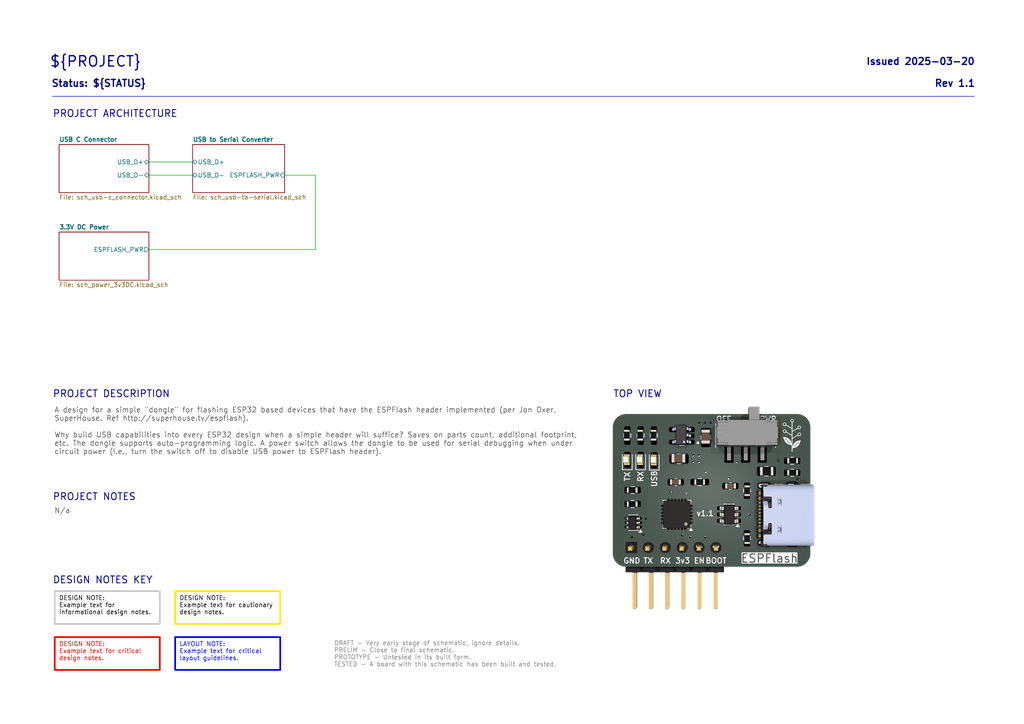
<source format=kicad_sch>
(kicad_sch (version 20250114) (generator "eeschema") (generator_version "9.0")
  (paper "A4")
  (title_block (title "YAOEF (Yet Another Open ESP Flasher)") (date "2025-03-20") (rev "1.1") (company "Wattle Labs"))
  (lib_symbols)
  (text "PROJECT DESCRIPTION" (at 15.24 115.57 0) (effects (font (size 2 2) (thickness 0.25)) (justify left bottom)))
  (text "PROJECT NOTES" (at 15.24 145.415 0) (effects (font (size 2 2) (thickness 0.25)) (justify left bottom)))
  (text "TOP VIEW" (at 177.8 115.57 0) (effects (font (size 2 2) (thickness 0.25)) (justify left bottom)))
  (text "DESIGN NOTES KEY" (at 15.24 169.545 0) (effects (font (size 2 2) (thickness 0.25)) (justify left bottom)))
  (text "PROJECT ARCHITECTURE" (at 15.24 34.29 0) (effects (font (size 2 2) (thickness 0.25)) (justify left bottom)))
  (text_box "DESIGN NOTE:\nExample text for critical design notes." (at 15.875 184.785 0) (size 30.48 9.525) (margins 1.2025 1.2025 1.2025 1.2025) (stroke (width 0.5) (color 255 0 0 1)) (effects (font (size 1.27 1.27) (thickness 0.1588)) (justify left top)))
  (text_box "DESIGN NOTE:\nExample text for informational design notes." (at 15.875 171.45 0) (size 30.48 9.525) (margins 1.2025 1.2025 1.2025 1.2025) (stroke (width 0.5) (color 200 200 200 1)) (effects (font (size 1.27 1.27)) (justify left top)))
  (text_box "DESIGN NOTE:\nExample text for cautionary design notes." (at 50.8 171.45 0) (size 30.48 9.525) (margins 1.2025 1.2025 1.2025 1.2025) (stroke (width 0.5) (color 250 236 0 1)) (effects (font (size 1.27 1.27)) (justify left top)))
  (text_box "Status: ${STATUS}" (exclude_from_sim yes) (at 13.335 19.05 0) (size 271.78 10.16) (margins 1.4999 1.4999 1.4999 1.4999) (stroke (width -0.0001)) (effects (font (size 2 2) (thickness 0.375)) (justify left)))
  (text_box "DRAFT - Very early stage of schematic, ignore details.\nPRELIM - Close to final schematic.\nPROTOTYPE - Untested in its built form.\nTESTED - A board with this schematic has been built and tested." (at 95.885 184.785 0) (size 69.215 10.16) (margins 0.9524 0.9524 0.9524 0.9524) (stroke (width -0.0001)) (effects (font (size 1.27 1.27)) (justify left top)))
  (text_box "N/a" (at 14.605 146.05 0) (size 153.035 18.415) (margins 1.1249 1.1249 1.1249 1.1249) (stroke (width -0.0001)) (effects (font (size 1.5 1.5)) (justify left top)))
  (text_box "Rev ${REVISION}" (exclude_from_sim yes) (at 12.065 19.05 0) (size 272.415 10.16) (margins 1.4999 1.4999 1.4999 1.4999) (stroke (width -0.0001)) (effects (font (size 2 2) (thickness 0.375)) (justify right)))
  (text_box "A design for a simple \"dongle\" for flashing ESP32 based devices that have the ESPFlash header implemented (per Jon Oxer, SuperHouse. Ref http://superhouse.tv/espflash).\n\nWhy build USB capabilities into every ESP32 design when a simple header will suffice? Saves on parts count, additional footprint, etc. The dongle supports auto-programming logic. A power switch allows the dongle to be used for serial debugging when under circuit power (I.e., turn the switch off to disable USB power to ESPFlash header)." (at 14.605 116.84 0) (size 154.305 22.225) (margins 1.1249 1.1249 1.1249 1.1249) (stroke (width -0.0001)) (effects (font (size 1.5 1.5)) (justify left top)))
  (text_box "${PROJECT}" (exclude_from_sim yes) (at 12.065 12.065 0) (size 273.05 11.43) (margins 2.2499 2.2499 2.2499 2.2499) (stroke (width -0.0001)) (effects (font (size 3 3) (thickness 0.375)) (justify left)))
  (text_box "LAYOUT NOTE:\nExample text for critical layout guidelines." (at 50.8 184.785 0) (size 30.48 9.525) (margins 1.2025 1.2025 1.2025 1.2025) (stroke (width 0.5) (color 0 0 255 1)) (effects (font (size 1.27 1.27) (thickness 0.1588)) (justify left top)))
  (text_box "Issued ${ISSUE_DATE}" (exclude_from_sim yes) (at 12.065 12.065 0) (size 273.05 11.43) (margins 2.2499 2.2499 2.2499 2.2499) (stroke (width -0.0001)) (effects (font (size 2 2) (thickness 0.375)) (justify right)))
  (wire (pts (xy 43.18 46.99) (xy 55.88 46.99)))
  (wire (pts (xy 91.44 50.8) (xy 91.44 72.39)))
  (wire (pts (xy 43.18 50.8) (xy 55.88 50.8)))
  (wire (pts (xy 82.55 50.8) (xy 91.44 50.8)))
  (polyline (pts (xy 15.24 27.94) (xy 282.575 27.94)))
  (wire (pts (xy 91.44 72.39) (xy 43.18 72.39)))
  (image (at 207.01 147.32) (scale 0.229897))
  (sheet (at 17.145 67.31) (size 26.035 13.97) (stroke (width 0.1524))
    (property "Sheetname" "3.3V DC Power" (at 17.145 66.5984 0) (effects (font (thickness 0.254) (bold yes)) (justify left bottom)))
    (property "Sheetfile" "sch_power_3v3DC.kicad_sch" (at 17.145 81.8646 0) (effects (justify left top)))
    (pin "ESPFLASH_PWR" output (at 43.18 72.39 0))
  )
  (sheet (at 17.145 41.91) (size 26.035 13.97) (stroke (width 0.1524))
    (property "Sheetname" "USB C Connector" (at 17.145 41.1984 0) (effects (font (thickness 0.254) (bold yes)) (justify left bottom)))
    (property "Sheetfile" "sch_usb-c_connector.kicad_sch" (at 17.145 56.4646 0) (effects (justify left top)))
    (pin "USB_D+" bidirectional (at 43.18 46.99 0))
    (pin "USB_D-" bidirectional (at 43.18 50.8 0))
  )
  (sheet (at 55.88 41.91) (size 26.67 13.97) (stroke (width 0.1524))
    (property "Sheetname" "USB to Serial Converter" (at 55.88 41.1984 0) (effects (font (thickness 0.254) (bold yes)) (justify left bottom)))
    (property "Sheetfile" "sch_usb-to-serial.kicad_sch" (at 55.88 56.4646 0) (effects (justify left top)))
    (pin "USB_D+" bidirectional (at 55.88 46.99 180))
    (pin "USB_D-" bidirectional (at 55.88 50.8 180))
    (pin "ESPFLASH_PWR" input (at 82.55 50.8 0))
  )
  (sheet (at 10.16 214.63) (size 30.48 15.24) (stroke (width 0.1524))
    (property "Sheetname" "Revision History" (at 10.16 213.9184 0) (effects (justify left bottom)))
    (property "Sheetfile" "project history.kicad_sch" (at 10.16 230.4546 0) (effects (justify left top)))
  )
)
</source>
